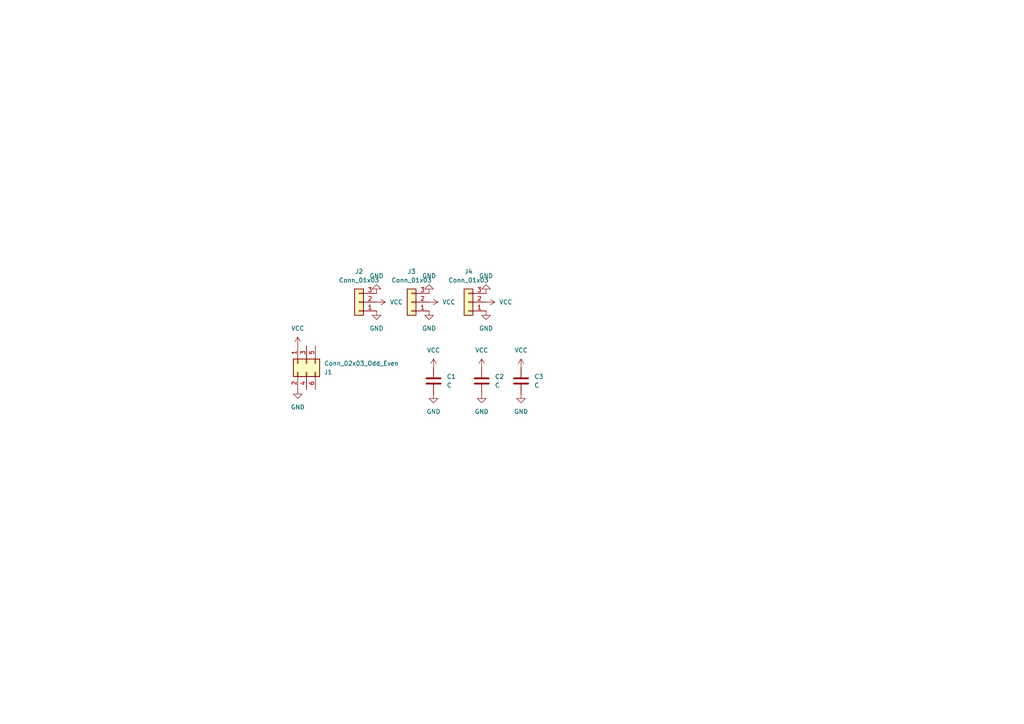
<source format=kicad_sch>
(kicad_sch (version 20231120) (generator "eeschema") (generator_version "8.0")
  (paper "A4")
  (lib_symbols
    (symbol "Connector_Generic:Conn_01x03" (pin_names (offset 1.016) hide)
      (property "Reference" "J" (at 0 5.08 0))
      (property "Value" "Conn_01x03" (at 0 -5.08 0))
      (symbol "Conn_01x03_1_1"
        (rectangle (start -1.27 -2.413) (end 0 -2.667) (stroke (width 0.1524)))
        (rectangle (start -1.27 0.127) (end 0 -0.127) (stroke (width 0.1524)))
        (rectangle (start -1.27 2.667) (end 0 2.413) (stroke (width 0.1524)))
        (rectangle (start -1.27 3.81) (end 1.27 -3.81) (stroke (width 0.254)) (fill (type background)))
        (pin passive line (at -5.08 2.54 0) (length 3.81) (name "Pin_1") (number "1"))
        (pin passive line (at -5.08 0 0) (length 3.81) (name "Pin_2") (number "2"))
        (pin passive line (at -5.08 -2.54 0) (length 3.81) (name "Pin_3") (number "3"))
      )
    )
    (symbol "Connector_Generic:Conn_02x03_Odd_Even" (pin_names (offset 1.016) hide)
      (property "Reference" "J" (at 1.27 5.08 0))
      (property "Value" "Conn_02x03_Odd_Even" (at 1.27 -5.08 0))
      (symbol "Conn_02x03_Odd_Even_1_1"
        (rectangle (start -1.27 -2.413) (end 0 -2.667) (stroke (width 0.1524)))
        (rectangle (start -1.27 0.127) (end 0 -0.127) (stroke (width 0.1524)))
        (rectangle (start -1.27 2.667) (end 0 2.413) (stroke (width 0.1524)))
        (rectangle (start -1.27 3.81) (end 3.81 -3.81) (stroke (width 0.254)) (fill (type background)))
        (rectangle (start 3.81 -2.413) (end 2.54 -2.667) (stroke (width 0.1524)))
        (rectangle (start 3.81 0.127) (end 2.54 -0.127) (stroke (width 0.1524)))
        (rectangle (start 3.81 2.667) (end 2.54 2.413) (stroke (width 0.1524)))
        (pin passive line (at -5.08 2.54 0) (length 3.81) (name "Pin_1") (number "1"))
        (pin passive line (at 7.62 2.54 180) (length 3.81) (name "Pin_2") (number "2"))
        (pin passive line (at -5.08 0 0) (length 3.81) (name "Pin_3") (number "3"))
        (pin passive line (at 7.62 0 180) (length 3.81) (name "Pin_4") (number "4"))
        (pin passive line (at -5.08 -2.54 0) (length 3.81) (name "Pin_5") (number "5"))
        (pin passive line (at 7.62 -2.54 180) (length 3.81) (name "Pin_6") (number "6"))
      )
    )
    (symbol "Device:C" (pin_numbers hide) (pin_names (offset 0.254))
      (property "Reference" "C" (at 0.635 2.54 0))
      (property "Value" "C" (at 0.635 -2.54 0))
      (symbol "C_0_1"
        (polyline (pts (xy -2.032 -0.762) (xy 2.032 -0.762)) (stroke (width 0.508)))
        (polyline (pts (xy -2.032 0.762) (xy 2.032 0.762)) (stroke (width 0.508)))
      )
      (symbol "C_1_1"
        (pin passive line (at 0 3.81 270) (length 2.794) (name "~") (number "1"))
        (pin passive line (at 0 -3.81 90) (length 2.794) (name "~") (number "2"))
      )
    )
    (symbol "power:GND" (power) (pin_numbers hide) (pin_names (offset 0) hide)
      (property "Value" "GND" (at 0 -3.81 0))
      (symbol "GND_0_1"
        (polyline (pts (xy 0 0) (xy 0 -1.27) (xy 1.27 -1.27) (xy 0 -2.54) (xy -1.27 -1.27) (xy 0 -1.27)))
      )
      (symbol "GND_1_1"
        (pin power_in line (at 0 0 270) (length 0) (name "~") (number "1"))
      )
    )
    (symbol "power:VCC" (power) (pin_numbers hide) (pin_names (offset 0) hide)
      (property "Value" "VCC" (at 0 3.556 0))
      (symbol "VCC_0_1"
        (polyline (pts (xy -0.762 1.27) (xy 0 2.54)))
        (polyline (pts (xy 0 0) (xy 0 2.54)))
        (polyline (pts (xy 0 2.54) (xy 0.762 1.27)))
      )
      (symbol "VCC_1_1"
        (pin power_in line (at 0 0 90) (length 0) (name "~") (number "1"))
      )
    )
  )
  (symbol (lib_id "power:VCC") (at 125.73 106.68 0) (unit 1)
    (property "Reference" "#PWR012" (effects (hide yes)))
    (property "Value" "VCC" (at 125.73 101.6 0))
    (property "Description" "Power symbol creates a global label with name \"VCC\"" (effects (hide yes)))
  )
  (symbol (lib_id "power:VCC") (at 109.22 87.63 270) (unit 1)
    (property "Reference" "#PWR06" (effects (hide yes)))
    (property "Value" "VCC" (at 113.03 87.6299 90) (effects (justify left)))
    (property "Description" "Power symbol creates a global label with name \"VCC\"" (effects (hide yes)))
  )
  (symbol (lib_id "power:VCC") (at 151.13 106.68 0) (unit 1)
    (property "Reference" "#PWR016" (effects (hide yes)))
    (property "Value" "VCC" (at 151.13 101.6 0))
    (property "Description" "Power symbol creates a global label with name \"VCC\"" (effects (hide yes)))
  )
  (symbol (lib_id "power:VCC") (at 124.46 87.63 270) (unit 1)
    (property "Reference" "#PWR07" (effects (hide yes)))
    (property "Value" "VCC" (at 128.27 87.6299 90) (effects (justify left)))
    (property "Description" "Power symbol creates a global label with name \"VCC\"" (effects (hide yes)))
  )
  (symbol (lib_id "power:GND") (at 109.22 90.17 0) (unit 1)
    (property "Reference" "#PWR04" (effects (hide yes)))
    (property "Value" "GND" (at 109.22 95.25 0))
    (property "Description" "Power symbol creates a global label with name \"GND\" , ground" (effects (hide yes)))
  )
  (symbol (lib_id "Connector_Generic:Conn_01x03") (at 135.89 87.63 180) (unit 1)
    (property "Reference" "J4" (at 135.89 78.74 0))
    (property "Value" "Conn_01x03" (at 135.89 81.28 0))
    (property "Footprint" "Connector_PinSocket_1.27mm:PinSocket_1x03_P1.27mm_Vertical" (effects (hide yes)))
    (property "Description" "Generic connector, single row, 01x03, script generated (kicad-library-utils/schlib/autogen/connector/)" (effects (hide yes)))
  )
  (symbol (lib_id "power:GND") (at 140.97 85.09 180) (unit 1)
    (property "Reference" "#PWR09" (effects (hide yes)))
    (property "Value" "GND" (at 140.97 80.01 0))
    (property "Description" "Power symbol creates a global label with name \"GND\" , ground" (effects (hide yes)))
  )
  (symbol (lib_id "power:GND") (at 109.22 85.09 180) (unit 1)
    (property "Reference" "#PWR05" (effects (hide yes)))
    (property "Value" "GND" (at 109.22 80.01 0))
    (property "Description" "Power symbol creates a global label with name \"GND\" , ground" (effects (hide yes)))
  )
  (symbol (lib_id "Connector_Generic:Conn_01x03") (at 104.14 87.63 180) (unit 1)
    (property "Reference" "J2" (at 104.14 78.74 0))
    (property "Value" "Conn_01x03" (at 104.14 81.28 0))
    (property "Footprint" "Connector_PinSocket_1.27mm:PinSocket_1x03_P1.27mm_Vertical" (effects (hide yes)))
    (property "Description" "Generic connector, single row, 01x03, script generated (kicad-library-utils/schlib/autogen/connector/)" (effects (hide yes)))
  )
  (symbol (lib_id "power:GND") (at 124.46 85.09 180) (unit 1)
    (property "Reference" "#PWR03" (effects (hide yes)))
    (property "Value" "GND" (at 124.46 80.01 0))
    (property "Description" "Power symbol creates a global label with name \"GND\" , ground" (effects (hide yes)))
  )
  (symbol (lib_id "power:GND") (at 86.36 113.03 0) (unit 1)
    (property "Reference" "#PWR02" (effects (hide yes)))
    (property "Value" "GND" (at 86.36 118.11 0))
    (property "Description" "Power symbol creates a global label with name \"GND\" , ground" (effects (hide yes)))
  )
  (symbol (lib_id "power:GND") (at 151.13 114.3 0) (unit 1)
    (property "Reference" "#PWR017" (effects (hide yes)))
    (property "Value" "GND" (at 151.13 119.38 0))
    (property "Description" "Power symbol creates a global label with name \"GND\" , ground" (effects (hide yes)))
  )
  (symbol (lib_id "power:GND") (at 139.7 114.3 0) (unit 1)
    (property "Reference" "#PWR015" (effects (hide yes)))
    (property "Value" "GND" (at 139.7 119.38 0))
    (property "Description" "Power symbol creates a global label with name \"GND\" , ground" (effects (hide yes)))
  )
  (symbol (lib_id "Device:C") (at 125.73 110.49 0) (unit 1)
    (property "Reference" "C1" (at 129.54 109.2199 0) (effects (justify left)))
    (property "Value" "C" (at 129.54 111.7599 0) (effects (justify left)))
    (property "Footprint" "Capacitor_SMD:C_0805_2012Metric_Pad1.18x1.45mm_HandSolder" (effects (hide yes)))
    (property "Description" "Unpolarized capacitor" (effects (hide yes)))
  )
  (symbol (lib_id "Device:C") (at 139.7 110.49 0) (unit 1)
    (property "Reference" "C2" (at 143.51 109.2199 0) (effects (justify left)))
    (property "Value" "C" (at 143.51 111.7599 0) (effects (justify left)))
    (property "Footprint" "Capacitor_SMD:C_0805_2012Metric_Pad1.18x1.45mm_HandSolder" (effects (hide yes)))
    (property "Description" "Unpolarized capacitor" (effects (hide yes)))
  )
  (symbol (lib_id "power:VCC") (at 140.97 87.63 270) (unit 1)
    (property "Reference" "#PWR010" (effects (hide yes)))
    (property "Value" "VCC" (at 144.78 87.6299 90) (effects (justify left)))
    (property "Description" "Power symbol creates a global label with name \"VCC\"" (effects (hide yes)))
  )
  (symbol (lib_id "power:GND") (at 140.97 90.17 0) (unit 1)
    (property "Reference" "#PWR011" (effects (hide yes)))
    (property "Value" "GND" (at 140.97 95.25 0))
    (property "Description" "Power symbol creates a global label with name \"GND\" , ground" (effects (hide yes)))
  )
  (symbol (lib_id "power:VCC") (at 86.36 100.33 0) (unit 1)
    (property "Reference" "#PWR01" (effects (hide yes)))
    (property "Value" "VCC" (at 86.36 95.25 0))
    (property "Description" "Power symbol creates a global label with name \"VCC\"" (effects (hide yes)))
  )
  (symbol (lib_id "Device:C") (at 151.13 110.49 0) (unit 1)
    (property "Reference" "C3" (at 154.94 109.2199 0) (effects (justify left)))
    (property "Value" "C" (at 154.94 111.7599 0) (effects (justify left)))
    (property "Footprint" "Capacitor_SMD:C_0805_2012Metric_Pad1.18x1.45mm_HandSolder" (effects (hide yes)))
    (property "Description" "Unpolarized capacitor" (effects (hide yes)))
  )
  (symbol (lib_id "Connector_Generic:Conn_01x03") (at 119.38 87.63 180) (unit 1)
    (property "Reference" "J3" (at 119.38 78.74 0))
    (property "Value" "Conn_01x03" (at 119.38 81.28 0))
    (property "Footprint" "Connector_PinSocket_1.27mm:PinSocket_1x03_P1.27mm_Vertical" (effects (hide yes)))
    (property "Description" "Generic connector, single row, 01x03, script generated (kicad-library-utils/schlib/autogen/connector/)" (effects (hide yes)))
  )
  (symbol (lib_id "power:VCC") (at 139.7 106.68 0) (unit 1)
    (property "Reference" "#PWR014" (effects (hide yes)))
    (property "Value" "VCC" (at 139.7 101.6 0))
    (property "Description" "Power symbol creates a global label with name \"VCC\"" (effects (hide yes)))
  )
  (symbol (lib_id "power:GND") (at 124.46 90.17 0) (unit 1)
    (property "Reference" "#PWR08" (effects (hide yes)))
    (property "Value" "GND" (at 124.46 95.25 0))
    (property "Description" "Power symbol creates a global label with name \"GND\" , ground" (effects (hide yes)))
  )
  (symbol (lib_id "Connector_Generic:Conn_02x03_Odd_Even") (at 88.9 105.41 90) (mirror x) (unit 1)
    (property "Reference" "J1" (at 93.98 107.9501 90) (effects (justify right)))
    (property "Value" "Conn_02x03_Odd_Even" (at 93.98 105.4101 90) (effects (justify right)))
    (property "Footprint" "Connector_IDC:IDC-Header_2x03_P2.54mm_Vertical" (effects (hide yes)))
    (property "Description" "Generic connector, double row, 02x03, odd/even pin numbering scheme (row 1 odd numbers, row 2 even numbers), script generated (kicad-library-utils/schlib/autogen/connector/)" (effects (hide yes)))
  )
  (symbol (lib_id "power:GND") (at 125.73 114.3 0) (unit 1)
    (property "Reference" "#PWR013" (effects (hide yes)))
    (property "Value" "GND" (at 125.73 119.38 0))
    (property "Description" "Power symbol creates a global label with name \"GND\" , ground" (effects (hide yes)))
  )
)
</source>
